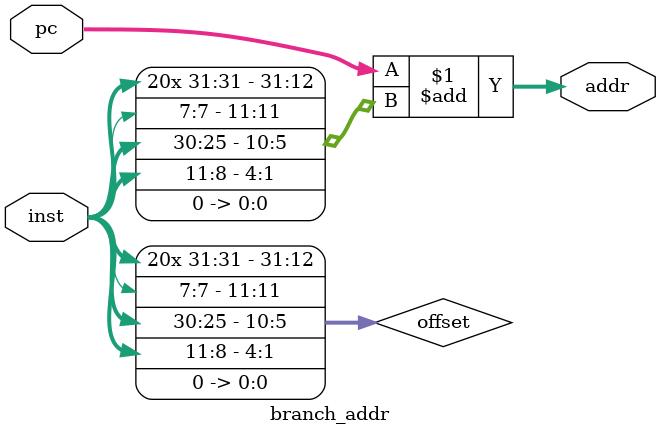
<source format=v>
module branch_addr (pc,inst,addr); // 32-bit branch address
    input  [31:0] pc,inst;
    output [31:0] addr;

    // bit 31 30:25 24   15  12    11:8  7  6     0
    // imm[12|10:5] rs2 rs1 000 imm[4:1|11] 1100011 | beq rs1, rs2, offset[12:1]
    // imm[12|10:5] rs2 rs1 001 imm[4:1|11] 1100011 | bne rs1, rs2, offset[12:1]

    //                            31:12        11       10:5         4:1     0
    wire   [31:0]  offset = {{20{inst[31]}},inst[7],inst[30:25],inst[11:8],1'b0}; // beq, bne, blt, bge
    assign addr = pc + offset ;
endmodule

</source>
